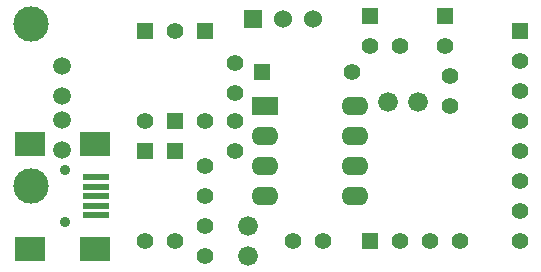
<source format=gts>
G04 (created by PCBNEW (2013-mar-13)-testing) date Wed 17 Sep 2014 04:23:05 PM PDT*
%MOIN*%
G04 Gerber Fmt 3.4, Leading zero omitted, Abs format*
%FSLAX34Y34*%
G01*
G70*
G90*
G04 APERTURE LIST*
%ADD10C,0.005906*%
%ADD11R,0.055000X0.055000*%
%ADD12C,0.055000*%
%ADD13R,0.090600X0.019700*%
%ADD14R,0.098400X0.078700*%
%ADD15C,0.035400*%
%ADD16C,0.066000*%
%ADD17R,0.090000X0.062000*%
%ADD18O,0.090000X0.062000*%
%ADD19R,0.060000X0.060000*%
%ADD20C,0.060000*%
%ADD21C,0.059100*%
%ADD22C,0.118100*%
G04 APERTURE END LIST*
G54D10*
G54D11*
X56000Y-36500D03*
G54D12*
X56000Y-37500D03*
X50917Y-44000D03*
X51917Y-44000D03*
G54D13*
X44358Y-41889D03*
X44358Y-42204D03*
X44358Y-42519D03*
X44358Y-42834D03*
X44358Y-43149D03*
G54D14*
X44319Y-40767D03*
X42154Y-40767D03*
X44319Y-44271D03*
X42154Y-44271D03*
G54D15*
X43335Y-41653D03*
X43335Y-43385D03*
G54D11*
X46000Y-37000D03*
G54D12*
X46000Y-40000D03*
G54D11*
X46000Y-41000D03*
G54D12*
X46000Y-44000D03*
G54D11*
X47000Y-41000D03*
G54D12*
X47000Y-44000D03*
G54D11*
X49877Y-38385D03*
G54D12*
X52877Y-38385D03*
G54D16*
X54106Y-39370D03*
X55106Y-39370D03*
G54D11*
X48000Y-37000D03*
G54D12*
X48000Y-40000D03*
G54D11*
X47000Y-40000D03*
G54D12*
X47000Y-37000D03*
G54D16*
X49409Y-43500D03*
X49409Y-44500D03*
G54D17*
X50000Y-39500D03*
G54D18*
X50000Y-40500D03*
X50000Y-41500D03*
X50000Y-42500D03*
X53000Y-42500D03*
X53000Y-41500D03*
X53000Y-40500D03*
X53000Y-39500D03*
G54D19*
X49590Y-36614D03*
G54D20*
X50590Y-36614D03*
X51590Y-36614D03*
G54D21*
X43228Y-40966D03*
X43228Y-39966D03*
X43228Y-39166D03*
X43228Y-38166D03*
G54D22*
X42178Y-42166D03*
X42178Y-36766D03*
G54D11*
X58500Y-37000D03*
G54D12*
X58500Y-38000D03*
X58500Y-39000D03*
X58500Y-40000D03*
X58500Y-41000D03*
X58500Y-42000D03*
X58500Y-43000D03*
X58500Y-44000D03*
G54D11*
X53500Y-44000D03*
G54D12*
X54500Y-44000D03*
X55500Y-44000D03*
X56500Y-44000D03*
X49000Y-38082D03*
X49000Y-39082D03*
X49000Y-40000D03*
X49000Y-41000D03*
X48000Y-41500D03*
X48000Y-42500D03*
X56141Y-39500D03*
X56141Y-38500D03*
X48000Y-43500D03*
X48000Y-44500D03*
G54D11*
X53500Y-36500D03*
G54D12*
X53500Y-37500D03*
X54500Y-37500D03*
M02*

</source>
